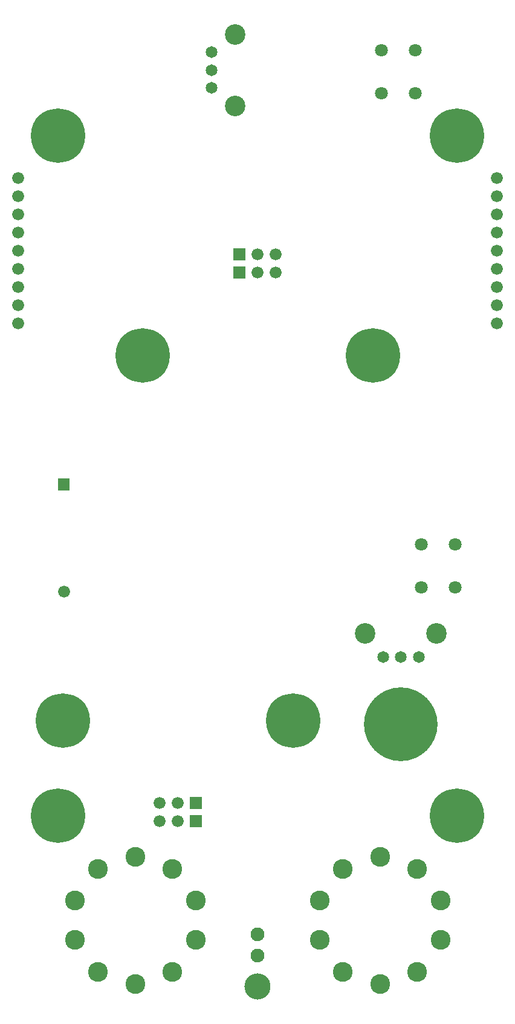
<source format=gbr>
G04 start of page 7 for group -4062 idx -4062 *
G04 Title: (unknown), soldermask *
G04 Creator: pcb 20140316 *
G04 CreationDate: Thu 09 Feb 2017 01:57:55 AM GMT UTC *
G04 For: railfan *
G04 Format: Gerber/RS-274X *
G04 PCB-Dimensions (mil): 2750.00 5500.00 *
G04 PCB-Coordinate-Origin: lower left *
%MOIN*%
%FSLAX25Y25*%
%LNBOTTOMMASK*%
%ADD118C,0.1440*%
%ADD117C,0.0760*%
%ADD116C,0.0710*%
%ADD115C,0.1130*%
%ADD114C,0.0650*%
%ADD113C,0.4060*%
%ADD112C,0.1090*%
%ADD111C,0.0001*%
%ADD110C,0.2997*%
%ADD109C,0.0660*%
G54D109*X269500Y383500D03*
Y393500D03*
Y403500D03*
Y413500D03*
Y423500D03*
Y433500D03*
Y443500D03*
Y453500D03*
Y463500D03*
X5500Y413500D03*
Y423500D03*
Y433500D03*
Y443500D03*
Y383500D03*
Y393500D03*
Y403500D03*
G54D110*X74000Y366000D03*
G54D109*X5500Y453500D03*
Y463500D03*
G54D110*X27500Y112500D03*
X30000Y165000D03*
G54D111*G36*
X27300Y298300D02*Y291700D01*
X33900D01*
Y298300D01*
X27300D01*
G37*
G54D109*X30600Y236000D03*
G54D112*X49428Y83316D03*
X69999Y90000D03*
G54D110*X27500Y487000D03*
X247500Y112500D03*
X157000Y165000D03*
G54D112*X204999Y90000D03*
X205001Y20000D03*
X225572Y83316D03*
X238287Y65815D03*
Y44184D03*
X225572Y26684D03*
G54D113*X216500Y163000D03*
G54D114*X226343Y200000D03*
X216500D03*
X206657D03*
G54D115*X236185Y212992D03*
X196815D03*
G54D116*X227650Y238200D03*
Y261800D03*
X246350Y238200D03*
Y261800D03*
G54D110*X201000Y366000D03*
X247500Y487000D03*
G54D116*X205650Y510200D03*
Y533800D03*
X224350Y510200D03*
Y533800D03*
G54D111*G36*
X124200Y424800D02*Y418200D01*
X130800D01*
Y424800D01*
X124200D01*
G37*
G54D109*X137500Y421500D03*
X147500D03*
G54D111*G36*
X124200Y414800D02*Y408200D01*
X130800D01*
Y414800D01*
X124200D01*
G37*
G54D109*X137500Y411500D03*
X147500D03*
G54D114*X112000Y513157D03*
G54D115*X124992Y503315D03*
G54D114*X112000Y523000D03*
Y532843D03*
G54D115*X124992Y542685D03*
G54D111*G36*
X100200Y112800D02*Y106200D01*
X106800D01*
Y112800D01*
X100200D01*
G37*
G54D109*X93500Y109500D03*
X83500D03*
G54D111*G36*
X100200Y122800D02*Y116200D01*
X106800D01*
Y122800D01*
X100200D01*
G37*
G54D109*X93500Y119500D03*
X83500D03*
G54D112*X184428Y83316D03*
Y26684D03*
X171713Y44185D03*
Y65816D03*
X90572Y83316D03*
X103287Y65815D03*
X36713Y65816D03*
X103287Y44184D03*
X36713Y44185D03*
G54D117*X137500Y47300D03*
G54D112*X90572Y26684D03*
X70001Y20000D03*
X49428Y26684D03*
G54D118*X137500Y18500D03*
G54D117*Y35500D03*
M02*

</source>
